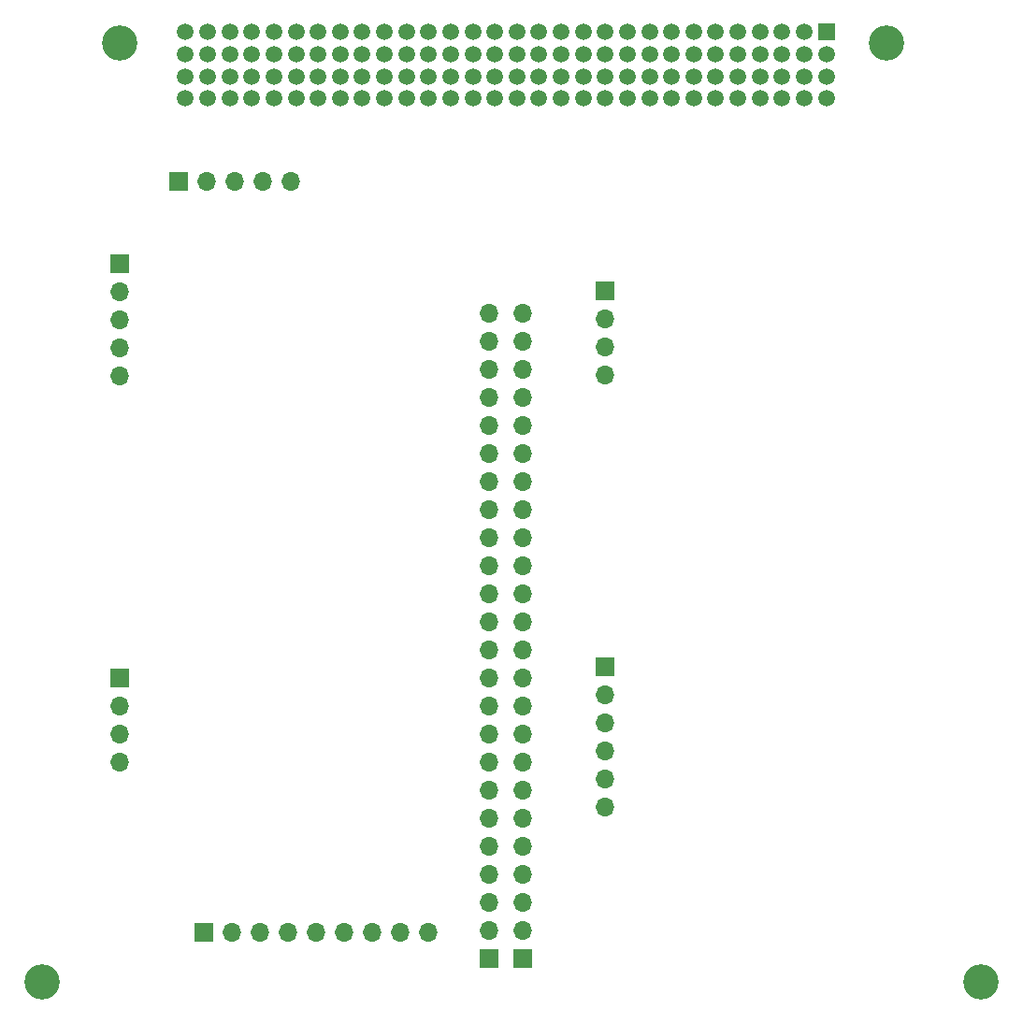
<source format=gbr>
%TF.GenerationSoftware,KiCad,Pcbnew,8.0.0*%
%TF.CreationDate,2025-01-17T03:21:02+02:00*%
%TF.ProjectId,diplomna_2024_sensors_pcb_layout,6469706c-6f6d-46e6-915f-323032345f73,rev?*%
%TF.SameCoordinates,Original*%
%TF.FileFunction,Soldermask,Top*%
%TF.FilePolarity,Negative*%
%FSLAX46Y46*%
G04 Gerber Fmt 4.6, Leading zero omitted, Abs format (unit mm)*
G04 Created by KiCad (PCBNEW 8.0.0) date 2025-01-17 03:21:02*
%MOMM*%
%LPD*%
G01*
G04 APERTURE LIST*
%ADD10C,3.200000*%
%ADD11R,1.700000X1.700000*%
%ADD12O,1.700000X1.700000*%
%ADD13R,1.500000X1.500000*%
%ADD14C,1.500000*%
G04 APERTURE END LIST*
D10*
%TO.C,REF\u002A\u002A*%
X169000000Y-55500000D03*
%TD*%
D11*
%TO.C,REF\u002A\u002A*%
X174340000Y-68000000D03*
D12*
X176880000Y-68000000D03*
X179420000Y-68000000D03*
X181960000Y-68000000D03*
X184500000Y-68000000D03*
%TD*%
D11*
%TO.C,REF\u002A\u002A*%
X213000000Y-112000000D03*
D12*
X213000000Y-114540000D03*
X213000000Y-117080000D03*
X213000000Y-119620000D03*
X213000000Y-122160000D03*
X213000000Y-124700000D03*
%TD*%
D11*
%TO.C,REF\u002A\u002A*%
X202500000Y-138400000D03*
D12*
X202500000Y-135860000D03*
X202500000Y-133320000D03*
X202500000Y-130780000D03*
X202500000Y-128240000D03*
X202500000Y-125700000D03*
X202500000Y-123160000D03*
X202500000Y-120620000D03*
X202500000Y-118080000D03*
X202500000Y-115540000D03*
X202500000Y-113000000D03*
X202500000Y-110460000D03*
X202500000Y-107920000D03*
X202500000Y-105380000D03*
X202500000Y-102840000D03*
X202500000Y-100300000D03*
X202500000Y-97760000D03*
X202500000Y-95220000D03*
X202500000Y-92680000D03*
X202500000Y-90140000D03*
X202500000Y-87600000D03*
X202500000Y-85060000D03*
X202500000Y-82520000D03*
X202500000Y-79980000D03*
%TD*%
D11*
%TO.C,REF\u002A\u002A*%
X169000000Y-75460000D03*
D12*
X169000000Y-78000000D03*
X169000000Y-80540000D03*
X169000000Y-83080000D03*
X169000000Y-85620000D03*
%TD*%
D11*
%TO.C,REF\u002A\u002A*%
X205500000Y-138400000D03*
D12*
X205500000Y-135860000D03*
X205500000Y-133320000D03*
X205500000Y-130780000D03*
X205500000Y-128240000D03*
X205500000Y-125700000D03*
X205500000Y-123160000D03*
X205500000Y-120620000D03*
X205500000Y-118080000D03*
X205500000Y-115540000D03*
X205500000Y-113000000D03*
X205500000Y-110460000D03*
X205500000Y-107920000D03*
X205500000Y-105380000D03*
X205500000Y-102840000D03*
X205500000Y-100300000D03*
X205500000Y-97760000D03*
X205500000Y-95220000D03*
X205500000Y-92680000D03*
X205500000Y-90140000D03*
X205500000Y-87600000D03*
X205500000Y-85060000D03*
X205500000Y-82520000D03*
X205500000Y-79980000D03*
%TD*%
D10*
%TO.C,REF\u002A\u002A*%
X238500000Y-55500000D03*
%TD*%
D11*
%TO.C,REF\u002A\u002A*%
X176680000Y-136000000D03*
D12*
X179220000Y-136000000D03*
X181760000Y-136000000D03*
X184300000Y-136000000D03*
X186840000Y-136000000D03*
X189380000Y-136000000D03*
X191920000Y-136000000D03*
X194460000Y-136000000D03*
X197000000Y-136000000D03*
%TD*%
D11*
%TO.C,REF\u002A\u002A*%
X169000000Y-113000000D03*
D12*
X169000000Y-115540000D03*
X169000000Y-118080000D03*
X169000000Y-120620000D03*
%TD*%
D11*
%TO.C,REF\u002A\u002A*%
X213000000Y-77960000D03*
D12*
X213000000Y-80500000D03*
X213000000Y-83040000D03*
X213000000Y-85580000D03*
%TD*%
D10*
%TO.C,REF\u002A\u002A*%
X162000000Y-140500000D03*
%TD*%
D13*
%TO.C,J\u002A\u002A*%
X233000000Y-54500000D03*
D14*
X231000000Y-54500000D03*
X229000000Y-54500000D03*
X227000000Y-54500000D03*
X225000000Y-54500000D03*
X223000000Y-54500000D03*
X221000000Y-54500000D03*
X219000000Y-54500000D03*
X217000000Y-54500000D03*
X215000000Y-54500000D03*
X213000000Y-54500000D03*
X211000000Y-54500000D03*
X209000000Y-54500000D03*
X207000000Y-54500000D03*
X205000000Y-54500000D03*
X203000000Y-54500000D03*
X201000000Y-54500000D03*
X199000000Y-54500000D03*
X197000000Y-54500000D03*
X195000000Y-54500000D03*
X193000000Y-54500000D03*
X191000000Y-54500000D03*
X189000000Y-54500000D03*
X187000000Y-54500000D03*
X185000000Y-54500000D03*
X183000000Y-54500000D03*
X181000000Y-54500000D03*
X179000000Y-54500000D03*
X177000000Y-54500000D03*
X175000000Y-54500000D03*
X233000000Y-56500000D03*
X231000000Y-56500000D03*
X229000000Y-56500000D03*
X227000000Y-56500000D03*
X225000000Y-56500000D03*
X223000000Y-56500000D03*
X221000000Y-56500000D03*
X219000000Y-56500000D03*
X217000000Y-56500000D03*
X215000000Y-56500000D03*
X213000000Y-56500000D03*
X211000000Y-56500000D03*
X209000000Y-56500000D03*
X207000000Y-56500000D03*
X205000000Y-56500000D03*
X203000000Y-56500000D03*
X201000000Y-56500000D03*
X199000000Y-56500000D03*
X197000000Y-56500000D03*
X195000000Y-56500000D03*
X193000000Y-56500000D03*
X191000000Y-56500000D03*
X189000000Y-56500000D03*
X187000000Y-56500000D03*
X185000000Y-56500000D03*
X183000000Y-56500000D03*
X181000000Y-56500000D03*
X179000000Y-56500000D03*
X177000000Y-56500000D03*
X175000000Y-56500000D03*
X233000000Y-58500000D03*
X231000000Y-58500000D03*
X229000000Y-58500000D03*
X227000000Y-58500000D03*
X225000000Y-58500000D03*
X223000000Y-58500000D03*
X221000000Y-58500000D03*
X219000000Y-58500000D03*
X217000000Y-58500000D03*
X215000000Y-58500000D03*
X213000000Y-58500000D03*
X211000000Y-58500000D03*
X209000000Y-58500000D03*
X207000000Y-58500000D03*
X205000000Y-58500000D03*
X203000000Y-58500000D03*
X201000000Y-58500000D03*
X199000000Y-58500000D03*
X197000000Y-58500000D03*
X195000000Y-58500000D03*
X193000000Y-58500000D03*
X191000000Y-58500000D03*
X189000000Y-58500000D03*
X187000000Y-58500000D03*
X185000000Y-58500000D03*
X183000000Y-58500000D03*
X181000000Y-58500000D03*
X179000000Y-58500000D03*
X177000000Y-58500000D03*
X175000000Y-58500000D03*
X233000000Y-60500000D03*
X231000000Y-60500000D03*
X229000000Y-60500000D03*
X227000000Y-60500000D03*
X225000000Y-60500000D03*
X223000000Y-60500000D03*
X221000000Y-60500000D03*
X219000000Y-60500000D03*
X217000000Y-60500000D03*
X215000000Y-60500000D03*
X213000000Y-60500000D03*
X211000000Y-60500000D03*
X209000000Y-60500000D03*
X207000000Y-60500000D03*
X205000000Y-60500000D03*
X203000000Y-60500000D03*
X201000000Y-60500000D03*
X199000000Y-60500000D03*
X197000000Y-60500000D03*
X195000000Y-60500000D03*
X193000000Y-60500000D03*
X191000000Y-60500000D03*
X189000000Y-60500000D03*
X187000000Y-60500000D03*
X185000000Y-60500000D03*
X183000000Y-60500000D03*
X181000000Y-60500000D03*
X179000000Y-60500000D03*
X177000000Y-60500000D03*
X175000000Y-60500000D03*
%TD*%
D10*
%TO.C,REF\u002A\u002A*%
X247000000Y-140500000D03*
%TD*%
M02*

</source>
